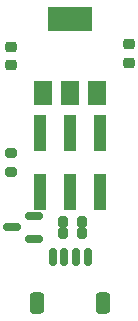
<source format=gbr>
%TF.GenerationSoftware,KiCad,Pcbnew,(6.0.9)*%
%TF.CreationDate,2022-11-21T17:19:19+00:00*%
%TF.ProjectId,DLSB-DRIVERBOARD-V1,444c5342-2d44-4524-9956-4552424f4152,rev?*%
%TF.SameCoordinates,Original*%
%TF.FileFunction,Paste,Bot*%
%TF.FilePolarity,Positive*%
%FSLAX46Y46*%
G04 Gerber Fmt 4.6, Leading zero omitted, Abs format (unit mm)*
G04 Created by KiCad (PCBNEW (6.0.9)) date 2022-11-21 17:19:19*
%MOMM*%
%LPD*%
G01*
G04 APERTURE LIST*
G04 Aperture macros list*
%AMRoundRect*
0 Rectangle with rounded corners*
0 $1 Rounding radius*
0 $2 $3 $4 $5 $6 $7 $8 $9 X,Y pos of 4 corners*
0 Add a 4 corners polygon primitive as box body*
4,1,4,$2,$3,$4,$5,$6,$7,$8,$9,$2,$3,0*
0 Add four circle primitives for the rounded corners*
1,1,$1+$1,$2,$3*
1,1,$1+$1,$4,$5*
1,1,$1+$1,$6,$7*
1,1,$1+$1,$8,$9*
0 Add four rect primitives between the rounded corners*
20,1,$1+$1,$2,$3,$4,$5,0*
20,1,$1+$1,$4,$5,$6,$7,0*
20,1,$1+$1,$6,$7,$8,$9,0*
20,1,$1+$1,$8,$9,$2,$3,0*%
G04 Aperture macros list end*
%ADD10RoundRect,0.225000X0.250000X-0.225000X0.250000X0.225000X-0.250000X0.225000X-0.250000X-0.225000X0*%
%ADD11RoundRect,0.200000X-0.275000X0.200000X-0.275000X-0.200000X0.275000X-0.200000X0.275000X0.200000X0*%
%ADD12RoundRect,0.200000X-0.200000X-0.275000X0.200000X-0.275000X0.200000X0.275000X-0.200000X0.275000X0*%
%ADD13RoundRect,0.150000X0.587500X0.150000X-0.587500X0.150000X-0.587500X-0.150000X0.587500X-0.150000X0*%
%ADD14RoundRect,0.150000X0.150000X0.625000X-0.150000X0.625000X-0.150000X-0.625000X0.150000X-0.625000X0*%
%ADD15RoundRect,0.250000X0.350000X0.650000X-0.350000X0.650000X-0.350000X-0.650000X0.350000X-0.650000X0*%
%ADD16R,1.500000X2.000000*%
%ADD17R,3.800000X2.000000*%
%ADD18R,1.000000X3.150000*%
G04 APERTURE END LIST*
D10*
%TO.C,C2*%
X5000000Y8450000D03*
X5000000Y10000000D03*
%TD*%
D11*
%TO.C,R1*%
X-5000000Y825000D03*
X-5000000Y-825000D03*
%TD*%
D12*
%TO.C,R3*%
X-650000Y-6000000D03*
X1000000Y-6000000D03*
%TD*%
D10*
%TO.C,C1*%
X-5000000Y8225000D03*
X-5000000Y9775000D03*
%TD*%
D12*
%TO.C,R2*%
X-650000Y-5000000D03*
X1000000Y-5000000D03*
%TD*%
D13*
%TO.C,Q1*%
X-3062500Y-4550000D03*
X-3062500Y-6450000D03*
X-4937500Y-5500000D03*
%TD*%
D14*
%TO.C,J3*%
X1500000Y-8000000D03*
X500000Y-8000000D03*
X-500000Y-8000000D03*
X-1500000Y-8000000D03*
D15*
X2800000Y-11875000D03*
X-2800000Y-11875000D03*
%TD*%
D16*
%TO.C,U2*%
X2300000Y5850000D03*
D17*
X0Y12150000D03*
D16*
X0Y5850000D03*
X-2300000Y5850000D03*
%TD*%
D18*
%TO.C,J2*%
X2540000Y-2525000D03*
X2540000Y2525000D03*
X0Y-2525000D03*
X0Y2525000D03*
X-2540000Y-2525000D03*
X-2540000Y2525000D03*
%TD*%
M02*

</source>
